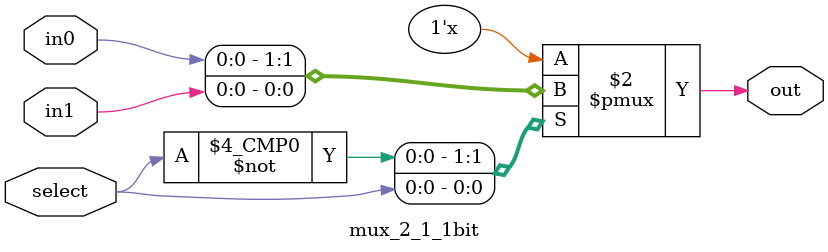
<source format=sv>
module select_adder (
	input  [15:0] A, B,
	input         cin,
	output [15:0] S,
	output        cout
);

    /* TODO
     *
     * Insert code here to implement a CSA adder.
     * Your code should be completly combinational (don't use always_ff or always_latch).
     * Feel free to create sub-modules or other files. */
	  
	  logic c1, c2, c0;

	  four_bit_adder_sa fba0(.X(A[3:0]), .Y(B[3:0]), .cin(cin), .S(S[3:0]), .cout(c0));
	  four_bit_adder_sa fba1(.X(A[7:4]), .Y(B[7:4]), .cin(c0), .S(S[7:4]), .cout(c1));
	  four_bit_adder_sa fba2(.X(A[11:8]), .Y(B[11:8]), .cin(c1), .S(S[11:8]), .cout(c2));
	  four_bit_adder_sa fba3(.X(A[15:12]), .Y(B[15:12]), .cin(c2), .S(S[15:12]), .cout(cout));	  

endmodule


module four_bit_adder_sa
(
input [3:0] X, Y,
input cin,
output logic [3:0] S,
output logic cout
);

logic c0, c1, c2, c3, c4, c5, cin0, cin1, cout0, cout1;
logic [3:0] S0;
logic [3:0] S1;

	  always_comb 
	  begin
	  cin0 = 1'b0;
	  cin1 = 1'b1;
	  end


full_adder_sa bit0(.x(X[0]), .y(Y[0]), .cin(cin0), .s(S0[0]), .cout(c0));
full_adder_sa bit1(.x(X[1]), .y(Y[1]), .cin(c0), .s(S0[1]), .cout(c1));
full_adder_sa bit2(.x(X[2]), .y(Y[2]), .cin(c1), .s(S0[2]), .cout(c2));
full_adder_sa bit3(.x(X[3]), .y(Y[3]), .cin(c2), .s(S0[3]), .cout(cout0));

full_adder_sa bit4(.x(X[0]), .y(Y[0]), .cin(cin1), .s(S1[0]), .cout(c3));
full_adder_sa bit5(.x(X[1]), .y(Y[1]), .cin(c3), .s(S1[1]), .cout(c4));
full_adder_sa bit6(.x(X[2]), .y(Y[2]), .cin(c4), .s(S1[2]), .cout(c5));
full_adder_sa bit7(.x(X[3]), .y(Y[3]), .cin(c5), .s(S1[3]), .cout(cout1));

	  mux_2_1_4bit S30(.in0(S0), .in1(S1), .select(cin), .out(S));
	  mux_2_1_1bit co(.in0(cout0), .in1(cout1), .select(cin), .out(cout));

endmodule  

module full_adder_sa
(
input x,
input y,
input cin,
output logic s,
output logic cout
);

assign s = x ^ y ^ cin;
assign cout = (x & y) | (x & cin) | (y & cin);

endmodule

module mux_2_1_4bit (
input [3:0] in0,
input [3:0] in1,
input select,
output [3:0] out
);

always_comb
	begin
		unique case(select)
			1'b0: out <= in0;
			1'b1: out <= in1;
		endcase
	end

endmodule

module mux_2_1_1bit (
input in0,
input in1,
input select,
output out
);

always_comb
	begin
		unique case(select)
			1'b0: out <= in0;
			1'b1: out <= in1;
		endcase
	end

endmodule

</source>
